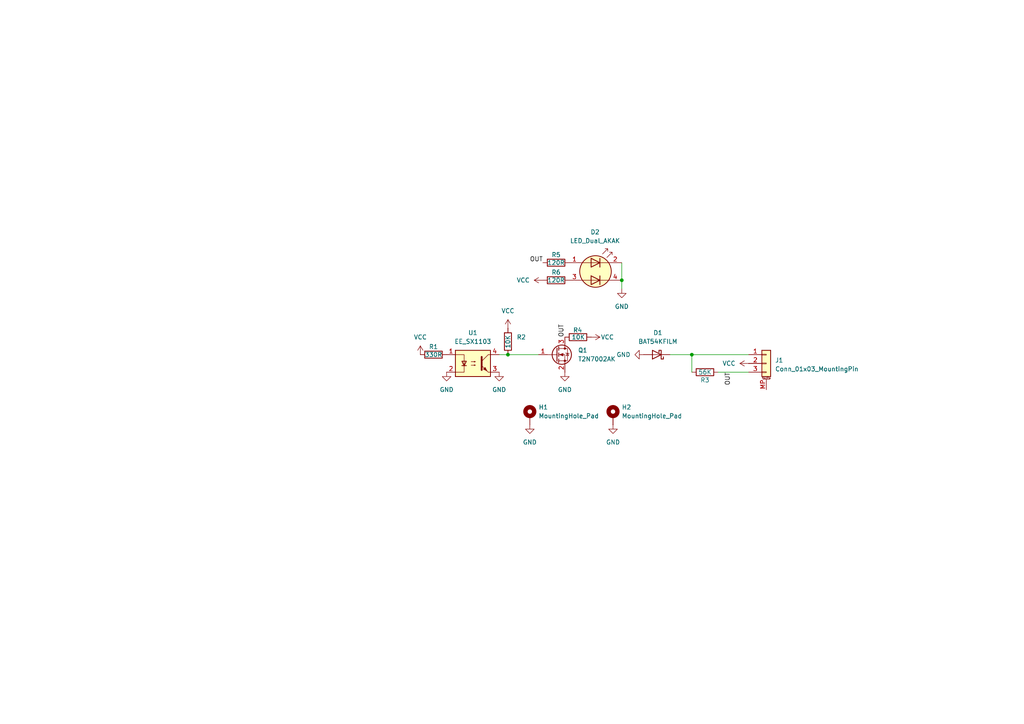
<source format=kicad_sch>
(kicad_sch (version 20231120) (generator "eeschema") (generator_version "8.0")
  (paper "A4")
  (lib_symbols
    (symbol "Connector_Generic_MountingPin:Conn_01x03_MountingPin" (pin_names (offset 1.016) hide)
      (property "Reference" "J" (at 0 5.08 0))
      (property "Value" "Conn_01x03_MountingPin" (at 1.27 -5.08 0))
      (symbol "Conn_01x03_MountingPin_1_1"
        (rectangle (start -1.27 -2.413) (end 0 -2.667) (stroke (width 0.1524)))
        (rectangle (start -1.27 0.127) (end 0 -0.127) (stroke (width 0.1524)))
        (rectangle (start -1.27 2.667) (end 0 2.413) (stroke (width 0.1524)))
        (rectangle (start -1.27 3.81) (end 1.27 -3.81) (stroke (width 0.254)) (fill (type background)))
        (polyline (pts (xy -1.016 -4.572) (xy 1.016 -4.572)) (stroke (width 0.1524)))
        (text "Mounting" (at 0 -4.191 0) (effects (font (size 0.381 0.381))))
        (pin passive line (at -5.08 2.54 0) (length 3.81) (name "Pin_1") (number "1"))
        (pin passive line (at -5.08 0 0) (length 3.81) (name "Pin_2") (number "2"))
        (pin passive line (at -5.08 -2.54 0) (length 3.81) (name "Pin_3") (number "3"))
        (pin passive line (at 0 -7.62 90) (length 3.048) (name "MountPin") (number "MP"))
      )
    )
    (symbol "Device:D_Schottky" (pin_numbers hide) (pin_names (offset 1.016) hide)
      (property "Reference" "D" (at 0 2.54 0))
      (property "Value" "D_Schottky" (at 0 -2.54 0))
      (symbol "D_Schottky_0_1"
        (polyline (pts (xy 1.27 0) (xy -1.27 0)))
        (polyline (pts (xy 1.27 1.27) (xy 1.27 -1.27) (xy -1.27 0) (xy 1.27 1.27)) (stroke (width 0.254)))
        (polyline (pts (xy -1.905 0.635) (xy -1.905 1.27) (xy -1.27 1.27) (xy -1.27 -1.27) (xy -0.635 -1.27) (xy -0.635 -0.635)) (stroke (width 0.254)))
      )
      (symbol "D_Schottky_1_1"
        (pin passive line (at -3.81 0 0) (length 2.54) (name "K") (number "1"))
        (pin passive line (at 3.81 0 180) (length 2.54) (name "A") (number "2"))
      )
    )
    (symbol "Device:LED_Dual_AKAK" (pin_names (offset 0) hide)
      (property "Reference" "D" (at 0 5.715 0))
      (property "Value" "LED_Dual_AKAK" (at 0 -6.35 0))
      (symbol "LED_Dual_AKAK_0_1"
        (polyline (pts (xy -5.08 -2.54) (xy 2.032 -2.54)))
        (polyline (pts (xy -5.08 2.54) (xy 2.032 2.54)))
        (polyline (pts (xy 1.27 -1.27) (xy 1.27 -3.81)) (stroke (width 0.254)))
        (polyline (pts (xy 1.27 3.81) (xy 1.27 1.27)) (stroke (width 0.254)))
        (polyline (pts (xy 3.81 -2.54) (xy 1.905 -2.54)))
        (polyline (pts (xy 3.81 2.54) (xy 1.905 2.54)))
        (polyline (pts (xy -1.27 -1.27) (xy -1.27 -3.81) (xy 1.27 -2.54) (xy -1.27 -1.27)) (stroke (width 0.254)))
        (polyline (pts (xy -1.27 3.81) (xy -1.27 1.27) (xy 1.27 2.54) (xy -1.27 3.81)) (stroke (width 0.254)))
        (polyline (pts (xy 2.032 5.08) (xy 3.556 6.604) (xy 2.794 6.604) (xy 3.556 6.604) (xy 3.556 5.842)))
        (polyline (pts (xy 3.302 4.064) (xy 4.826 5.588) (xy 4.064 5.588) (xy 4.826 5.588) (xy 4.826 4.826)))
        (circle (center 0 0) (radius 4.572) (stroke (width 0.254)) (fill (type background)))
      )
      (symbol "LED_Dual_AKAK_1_1"
        (pin input line (at -7.62 2.54 0) (length 3.048) (name "A1") (number "1"))
        (pin input line (at 7.62 2.54 180) (length 3.81) (name "K1") (number "2"))
        (pin input line (at -7.62 -2.54 0) (length 3.048) (name "A2") (number "3"))
        (pin input line (at 7.62 -2.54 180) (length 3.81) (name "K2") (number "4"))
      )
    )
    (symbol "Device:R" (pin_numbers hide) (pin_names (offset 0))
      (property "Reference" "R" (at 2.032 0 90))
      (property "Value" "R" (at 0 0 90))
      (symbol "R_0_1"
        (rectangle (start -1.016 -2.54) (end 1.016 2.54) (stroke (width 0.254)))
      )
      (symbol "R_1_1"
        (pin passive line (at 0 3.81 270) (length 1.27) (name "~") (number "1"))
        (pin passive line (at 0 -3.81 90) (length 1.27) (name "~") (number "2"))
      )
    )
    (symbol "Isolator:LTV-817" (pin_names (offset 1.016))
      (property "Reference" "U" (at -5.08 5.08 0))
      (property "Value" "LTV-817" (at 0 5.08 0))
      (symbol "LTV-817_0_1"
        (rectangle (start -5.08 3.81) (end 5.08 -3.81) (stroke (width 0.254)) (fill (type background)))
        (polyline (pts (xy -3.175 -0.635) (xy -1.905 -0.635)) (stroke (width 0.254)))
        (polyline (pts (xy 2.54 0.635) (xy 4.445 2.54)))
        (polyline (pts (xy 4.445 -2.54) (xy 2.54 -0.635)) (fill (type outline)))
        (polyline (pts (xy 4.445 -2.54) (xy 5.08 -2.54)))
        (polyline (pts (xy 4.445 2.54) (xy 5.08 2.54)))
        (polyline (pts (xy -5.08 2.54) (xy -2.54 2.54) (xy -2.54 -0.762)))
        (polyline (pts (xy -2.54 -0.635) (xy -2.54 -2.54) (xy -5.08 -2.54)))
        (polyline (pts (xy 2.54 1.905) (xy 2.54 -1.905) (xy 2.54 -1.905)) (stroke (width 0.508)))
        (polyline (pts (xy -2.54 -0.635) (xy -3.175 0.635) (xy -1.905 0.635) (xy -2.54 -0.635)) (stroke (width 0.254)))
        (polyline (pts (xy -0.508 -0.508) (xy 0.762 -0.508) (xy 0.381 -0.635) (xy 0.381 -0.381) (xy 0.762 -0.508)))
        (polyline (pts (xy -0.508 0.508) (xy 0.762 0.508) (xy 0.381 0.381) (xy 0.381 0.635) (xy 0.762 0.508)))
        (polyline (pts (xy 3.048 -1.651) (xy 3.556 -1.143) (xy 4.064 -2.159) (xy 3.048 -1.651) (xy 3.048 -1.651)) (fill (type outline)))
      )
      (symbol "LTV-817_1_1"
        (pin passive line (at -7.62 2.54 0) (length 2.54) (name "~") (number "1"))
        (pin passive line (at -7.62 -2.54 0) (length 2.54) (name "~") (number "2"))
        (pin passive line (at 7.62 -2.54 180) (length 2.54) (name "~") (number "3"))
        (pin passive line (at 7.62 2.54 180) (length 2.54) (name "~") (number "4"))
      )
    )
    (symbol "Mechanical:MountingHole_Pad" (pin_numbers hide) (pin_names (offset 1.016) hide) (exclude_from_sim yes) (in_bom no)
      (property "Reference" "H" (at 0 6.35 0))
      (property "Value" "MountingHole_Pad" (at 0 4.445 0))
      (symbol "MountingHole_Pad_0_1"
        (circle (center 0 1.27) (radius 1.27) (stroke (width 1.27)))
      )
      (symbol "MountingHole_Pad_1_1"
        (pin input line (at 0 -2.54 90) (length 2.54) (name "1") (number "1"))
      )
    )
    (symbol "Transistor_FET:T2N7002AK" (pin_names hide)
      (property "Reference" "Q" (at 5.08 1.905 0))
      (property "Value" "T2N7002AK" (at 5.08 0 0))
      (symbol "T2N7002AK_0_1"
        (polyline (pts (xy 0.254 0) (xy -2.54 0)))
        (polyline (pts (xy 0.254 1.905) (xy 0.254 -1.905)) (stroke (width 0.254)))
        (polyline (pts (xy 0.762 -1.27) (xy 0.762 -2.286)) (stroke (width 0.254)))
        (polyline (pts (xy 0.762 0.508) (xy 0.762 -0.508)) (stroke (width 0.254)))
        (polyline (pts (xy 0.762 2.286) (xy 0.762 1.27)) (stroke (width 0.254)))
        (polyline (pts (xy 2.54 2.54) (xy 2.54 1.778)))
        (polyline (pts (xy 2.54 -2.54) (xy 2.54 0) (xy 0.762 0)))
        (polyline (pts (xy 0.762 -1.778) (xy 3.302 -1.778) (xy 3.302 1.778) (xy 0.762 1.778)))
        (polyline (pts (xy 1.016 0) (xy 2.032 0.381) (xy 2.032 -0.381) (xy 1.016 0)) (fill (type outline)))
        (polyline (pts (xy 2.794 0.508) (xy 2.921 0.381) (xy 3.683 0.381) (xy 3.81 0.254)))
        (polyline (pts (xy 3.302 0.381) (xy 2.921 -0.254) (xy 3.683 -0.254) (xy 3.302 0.381)))
        (circle (center 1.651 0) (radius 2.794) (stroke (width 0.254)))
        (circle (center 2.54 -1.778) (radius 0.254) (fill (type outline)))
        (circle (center 2.54 1.778) (radius 0.254) (fill (type outline)))
      )
      (symbol "T2N7002AK_1_1"
        (pin input line (at -5.08 0 0) (length 2.54) (name "G") (number "1"))
        (pin passive line (at 2.54 -5.08 90) (length 2.54) (name "S") (number "2"))
        (pin passive line (at 2.54 5.08 270) (length 2.54) (name "D") (number "3"))
      )
    )
    (symbol "power:GND" (power) (pin_numbers hide) (pin_names (offset 0) hide)
      (property "Value" "GND" (at 0 -3.81 0))
      (symbol "GND_0_1"
        (polyline (pts (xy 0 0) (xy 0 -1.27) (xy 1.27 -1.27) (xy 0 -2.54) (xy -1.27 -1.27) (xy 0 -1.27)))
      )
      (symbol "GND_1_1"
        (pin power_in line (at 0 0 270) (length 0) (name "~") (number "1"))
      )
    )
    (symbol "power:VCC" (power) (pin_numbers hide) (pin_names (offset 0) hide)
      (property "Value" "VCC" (at 0 3.556 0))
      (symbol "VCC_0_1"
        (polyline (pts (xy -0.762 1.27) (xy 0 2.54)))
        (polyline (pts (xy 0 0) (xy 0 2.54)))
        (polyline (pts (xy 0 2.54) (xy 0.762 1.27)))
      )
      (symbol "VCC_1_1"
        (pin power_in line (at 0 0 90) (length 0) (name "~") (number "1"))
      )
    )
  )
  (junction (at 200.66 102.87))
  (junction (at 147.32 102.87))
  (junction (at 180.34 81.28))
  (wire (pts (xy 194.31 102.87) (xy 200.66 102.87)))
  (wire (pts (xy 147.32 102.87) (xy 144.78 102.87)))
  (wire (pts (xy 180.34 76.2) (xy 180.34 81.28)))
  (wire (pts (xy 156.21 102.87) (xy 147.32 102.87)))
  (wire (pts (xy 200.66 102.87) (xy 200.66 107.95)))
  (wire (pts (xy 208.28 107.95) (xy 217.17 107.95)))
  (wire (pts (xy 180.34 81.28) (xy 180.34 83.82)))
  (wire (pts (xy 200.66 102.87) (xy 217.17 102.87)))
  (label "OUT" (at 157.48 76.2 180))
  (label "OUT" (at 212.09 107.95 270))
  (label "OUT" (at 163.83 97.79 90))
  (symbol (lib_id "Mechanical:MountingHole_Pad") (at 153.67 120.65 0) (unit 1) (exclude_from_sim yes) (in_bom no)
    (property "Reference" "H1" (at 156.21 118.1099 0) (effects (justify left)))
    (property "Value" "MountingHole_Pad" (at 156.21 120.6499 0) (effects (justify left)))
    (property "Footprint" "MountingHole:MountingHole_3.2mm_M3_DIN965_Pad_TopBottom" (effects (hide yes)))
    (property "Description" "Mounting Hole with connection" (effects (hide yes)))
  )
  (symbol (lib_id "power:GND") (at 180.34 83.82 0) (unit 1)
    (property "Reference" "#PWR011" (effects (hide yes)))
    (property "Value" "GND" (at 180.34 88.9 0))
    (property "Description" "Power symbol creates a global label with name \"GND\" , ground" (effects (hide yes)))
  )
  (symbol (lib_id "power:VCC") (at 217.17 105.41 90) (unit 1)
    (property "Reference" "#PWR03" (effects (hide yes)))
    (property "Value" "VCC" (at 213.36 105.4099 90) (effects (justify left)))
    (property "Description" "Power symbol creates a global label with name \"VCC\"" (effects (hide yes)))
  )
  (symbol (lib_id "power:VCC") (at 147.32 95.25 0) (unit 1)
    (property "Reference" "#PWR09" (effects (hide yes)))
    (property "Value" "VCC" (at 147.32 90.17 0))
    (property "Description" "Power symbol creates a global label with name \"VCC\"" (effects (hide yes)))
  )
  (symbol (lib_id "Device:R") (at 147.32 99.06 0) (unit 1)
    (property "Reference" "R2" (at 149.86 97.7899 0) (effects (justify left)))
    (property "Value" "10K" (at 147.32 101.092 90) (effects (justify left)))
    (property "Footprint" "Resistor_SMD:R_0402_1005Metric" (effects (hide yes)))
    (property "Description" "Resistor" (effects (hide yes)))
  )
  (symbol (lib_id "Device:R") (at 161.29 81.28 90) (unit 1)
    (property "Reference" "R6" (at 161.29 78.994 90))
    (property "Value" "120R" (at 161.29 81.28 90))
    (property "Footprint" "Resistor_SMD:R_0402_1005Metric" (effects (hide yes)))
    (property "Description" "Resistor" (effects (hide yes)))
  )
  (symbol (lib_id "power:GND") (at 153.67 123.19 0) (unit 1)
    (property "Reference" "#PWR01" (effects (hide yes)))
    (property "Value" "GND" (at 153.67 128.27 0))
    (property "Description" "Power symbol creates a global label with name \"GND\" , ground" (effects (hide yes)))
  )
  (symbol (lib_id "power:VCC") (at 171.45 97.79 270) (unit 1)
    (property "Reference" "#PWR010" (effects (hide yes)))
    (property "Value" "VCC" (at 174.244 97.79 90) (effects (justify left)))
    (property "Description" "Power symbol creates a global label with name \"VCC\"" (effects (hide yes)))
  )
  (symbol (lib_id "Device:D_Schottky") (at 190.5 102.87 180) (unit 1)
    (property "Reference" "D1" (at 190.8175 96.52 0))
    (property "Value" "BAT54KFILM" (at 190.8175 99.06 0))
    (property "Footprint" "Diode_SMD:D_SOD-523" (effects (hide yes)))
    (property "Description" "Schottky diode" (effects (hide yes)))
  )
  (symbol (lib_id "Mechanical:MountingHole_Pad") (at 177.8 120.65 0) (unit 1) (exclude_from_sim yes) (in_bom no)
    (property "Reference" "H2" (at 180.34 118.1099 0) (effects (justify left)))
    (property "Value" "MountingHole_Pad" (at 180.34 120.6499 0) (effects (justify left)))
    (property "Footprint" "MountingHole:MountingHole_3.2mm_M3_DIN965_Pad_TopBottom" (effects (hide yes)))
    (property "Description" "Mounting Hole with connection" (effects (hide yes)))
  )
  (symbol (lib_id "Connector_Generic_MountingPin:Conn_01x03_MountingPin") (at 222.25 105.41 0) (unit 1)
    (property "Reference" "J1" (at 224.79 104.4955 0) (effects (justify left)))
    (property "Value" "Conn_01x03_MountingPin" (at 224.79 107.0355 0) (effects (justify left)))
    (property "Footprint" "Connector_JST:JST_SH_SM03B-SRSS-TB_1x03-1MP_P1.00mm_Horizontal" (effects (hide yes)))
    (property "Description" "Generic connectable mounting pin connector, single row, 01x03, script generated (kicad-library-utils/schlib/autogen/connector/)" (effects (hide yes)))
  )
  (symbol (lib_id "Transistor_FET:T2N7002AK") (at 161.29 102.87 0) (unit 1)
    (property "Reference" "Q1" (at 167.64 101.5999 0) (effects (justify left)))
    (property "Value" "T2N7002AK" (at 167.64 104.1399 0) (effects (justify left)))
    (property "Footprint" "Package_TO_SOT_SMD:SOT-23" (effects (hide yes)))
    (property "Datasheet" "https://toshiba.semicon-storage.com/info/docget.jsp?did=29712&prodName=T2N7002AK" (effects (hide yes)))
    (property "Description" "60V Vds, 0.2A Id, N-Channel MOSFET, SOT-23" (effects (hide yes)))
  )
  (symbol (lib_id "power:GND") (at 163.83 107.95 0) (unit 1)
    (property "Reference" "#PWR05" (effects (hide yes)))
    (property "Value" "GND" (at 163.83 113.03 0))
    (property "Description" "Power symbol creates a global label with name \"GND\" , ground" (effects (hide yes)))
  )
  (symbol (lib_id "Device:LED_Dual_AKAK") (at 172.72 78.74 0) (unit 1)
    (property "Reference" "D2" (at 172.593 67.31 0))
    (property "Value" "LED_Dual_AKAK" (at 172.593 69.85 0))
    (property "Footprint" "easyeda2kicad:LED-ARRAY-SMD_4P-L1.6-W1.3-BR-FD" (effects (hide yes)))
    (property "Description" "Dual LED, cathodes on pins 2 and 4" (effects (hide yes)))
  )
  (symbol (lib_id "power:GND") (at 144.78 107.95 0) (unit 1)
    (property "Reference" "#PWR06" (effects (hide yes)))
    (property "Value" "GND" (at 144.78 113.03 0))
    (property "Description" "Power symbol creates a global label with name \"GND\" , ground" (effects (hide yes)))
  )
  (symbol (lib_id "Device:R") (at 125.73 102.87 90) (unit 1)
    (property "Reference" "R1" (at 125.73 100.584 90))
    (property "Value" "330R" (at 125.73 102.87 90))
    (property "Footprint" "Resistor_SMD:R_0402_1005Metric" (effects (hide yes)))
    (property "Description" "Resistor" (effects (hide yes)))
  )
  (symbol (lib_id "power:VCC") (at 157.48 81.28 90) (unit 1)
    (property "Reference" "#PWR012" (effects (hide yes)))
    (property "Value" "VCC" (at 153.67 81.2799 90) (effects (justify left)))
    (property "Description" "Power symbol creates a global label with name \"VCC\"" (effects (hide yes)))
  )
  (symbol (lib_id "Device:R") (at 161.29 76.2 90) (unit 1)
    (property "Reference" "R5" (at 161.29 73.914 90))
    (property "Value" "120R" (at 161.29 76.2 90))
    (property "Footprint" "Resistor_SMD:R_0402_1005Metric" (effects (hide yes)))
    (property "Description" "Resistor" (effects (hide yes)))
  )
  (symbol (lib_id "Device:R") (at 167.64 97.79 90) (unit 1)
    (property "Reference" "R4" (at 168.91 95.758 90) (effects (justify left)))
    (property "Value" "10K" (at 169.672 97.79 90) (effects (justify left)))
    (property "Footprint" "Resistor_SMD:R_0402_1005Metric" (effects (hide yes)))
    (property "Description" "Resistor" (effects (hide yes)))
  )
  (symbol (lib_id "Isolator:LTV-817") (at 137.16 105.41 0) (unit 1)
    (property "Reference" "U1" (at 137.16 96.52 0))
    (property "Value" "EE_SX1103" (at 137.16 99.06 0))
    (property "Footprint" "OmronSensors:IR-EE-SX1103" (effects (hide yes)))
    (property "Datasheet" "http://www.us.liteon.com/downloads/LTV-817-827-847.PDF" (effects (hide yes)))
    (property "Description" "DC Optocoupler, Vce 35V, CTR 50%, DIP-4" (effects (hide yes)))
  )
  (symbol (lib_id "power:VCC") (at 121.92 102.87 0) (unit 1)
    (property "Reference" "#PWR08" (effects (hide yes)))
    (property "Value" "VCC" (at 121.92 97.79 0))
    (property "Description" "Power symbol creates a global label with name \"VCC\"" (effects (hide yes)))
  )
  (symbol (lib_id "power:GND") (at 129.54 107.95 0) (unit 1)
    (property "Reference" "#PWR07" (effects (hide yes)))
    (property "Value" "GND" (at 129.54 113.03 0))
    (property "Description" "Power symbol creates a global label with name \"GND\" , ground" (effects (hide yes)))
  )
  (symbol (lib_id "power:GND") (at 177.8 123.19 0) (unit 1)
    (property "Reference" "#PWR02" (effects (hide yes)))
    (property "Value" "GND" (at 177.8 128.27 0))
    (property "Description" "Power symbol creates a global label with name \"GND\" , ground" (effects (hide yes)))
  )
  (symbol (lib_id "power:GND") (at 186.69 102.87 270) (unit 1)
    (property "Reference" "#PWR04" (effects (hide yes)))
    (property "Value" "GND" (at 182.88 102.8699 90) (effects (justify right)))
    (property "Description" "Power symbol creates a global label with name \"GND\" , ground" (effects (hide yes)))
  )
  (symbol (lib_id "Device:R") (at 204.47 107.95 90) (unit 1)
    (property "Reference" "R3" (at 204.47 110.236 90))
    (property "Value" "56K" (at 204.47 107.95 90))
    (property "Footprint" "Resistor_SMD:R_0402_1005Metric" (effects (hide yes)))
    (property "Description" "Resistor" (effects (hide yes)))
  )
)
</source>
